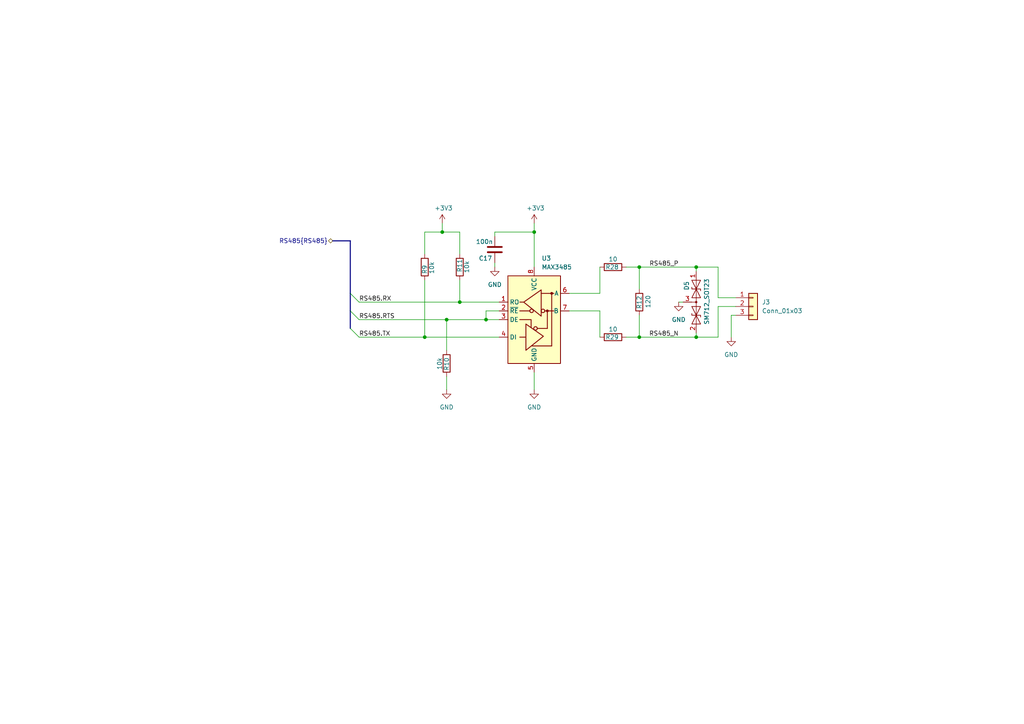
<source format=kicad_sch>
(kicad_sch (version 20250114) (generator "eeschema") (generator_version "9.0")
  (paper "A4")
  (title_block (title "AuraMon") (rev "v0.1"))
  (lib_symbols
    (symbol "Connector_Generic:Conn_01x03" (pin_names (offset 1.016) (hide yes))
      (property "Reference" "J" (at 0 5.08 0))
      (property "Value" "Conn_01x03" (at 0 -5.08 0))
      (symbol "Conn_01x03_1_1"
        (rectangle (start -1.27 3.81) (end 1.27 -3.81) (stroke (width 0.254)) (fill (type background)))
        (rectangle (start -1.27 2.667) (end 0 2.413) (stroke (width 0.1524)))
        (rectangle (start -1.27 0.127) (end 0 -0.127) (stroke (width 0.1524)))
        (rectangle (start -1.27 -2.413) (end 0 -2.667) (stroke (width 0.1524)))
        (pin passive line (at -5.08 2.54 0) (length 3.81) (name "Pin_1") (number "1"))
        (pin passive line (at -5.08 0 0) (length 3.81) (name "Pin_2") (number "2"))
        (pin passive line (at -5.08 -2.54 0) (length 3.81) (name "Pin_3") (number "3"))
      )
    )
    (symbol "Device:C" (pin_numbers (hide yes)) (pin_names (offset 0.254))
      (property "Reference" "C" (at 0.635 2.54 0))
      (property "Value" "C" (at 0.635 -2.54 0))
      (symbol "C_0_1"
        (polyline (pts (xy -2.032 0.762) (xy 2.032 0.762)) (stroke (width 0.508)))
        (polyline (pts (xy -2.032 -0.762) (xy 2.032 -0.762)) (stroke (width 0.508)))
      )
      (symbol "C_1_1"
        (pin passive line (at 0 3.81 270) (length 2.794) (name "~") (number "1"))
        (pin passive line (at 0 -3.81 90) (length 2.794) (name "~") (number "2"))
      )
    )
    (symbol "Device:R" (pin_numbers (hide yes)) (pin_names (offset 0))
      (property "Reference" "R" (at 2.032 0 90))
      (property "Value" "R" (at 0 0 90))
      (symbol "R_0_1"
        (rectangle (start -1.016 -2.54) (end 1.016 2.54) (stroke (width 0.254)))
      )
      (symbol "R_1_1"
        (pin passive line (at 0 3.81 270) (length 1.27) (name "~") (number "1"))
        (pin passive line (at 0 -3.81 90) (length 1.27) (name "~") (number "2"))
      )
    )
    (symbol "Diode:SM712_SOT23" (pin_names (offset 1.016) (hide yes))
      (property "Reference" "D" (at 0 4.445 0))
      (property "Value" "SM712_SOT23" (at 0 2.54 0))
      (symbol "SM712_SOT23_0_0"
        (polyline (pts (xy 0 -1.27) (xy 0 0)))
      )
      (symbol "SM712_SOT23_0_1"
        (polyline (pts (xy -6.35 0) (xy 6.35 0)))
        (polyline (pts (xy -6.35 -1.27) (xy -1.27 1.27) (xy -1.27 -1.27) (xy -6.35 1.27) (xy -6.35 -1.27)) (stroke (width 0.2032)))
        (polyline (pts (xy -3.302 1.27) (xy -3.81 1.27) (xy -3.81 -1.27) (xy -4.318 -1.27)) (stroke (width 0.2032)))
        (circle (center 0 0) (radius 0.254) (fill (type outline)))
        (polyline (pts (xy 1.27 -1.27) (xy 1.27 1.27) (xy 6.35 -1.27) (xy 6.35 1.27) (xy 1.27 -1.27)) (stroke (width 0.2032)))
        (polyline (pts (xy 4.318 1.27) (xy 3.81 1.27) (xy 3.81 -1.27) (xy 3.302 -1.27)) (stroke (width 0.2032)))
      )
      (symbol "SM712_SOT23_1_1"
        (pin passive line (at -8.89 0 0) (length 2.54) (name "A1") (number "1"))
        (pin input line (at 0 -3.81 90) (length 2.54) (name "common") (number "3"))
        (pin passive line (at 8.89 0 180) (length 2.54) (name "A2") (number "2"))
      )
    )
    (symbol "Interface_UART:MAX3485"
      (property "Reference" "U" (at -6.985 13.97 0))
      (property "Value" "MAX3485" (at 1.905 13.97 0))
      (symbol "MAX3485_0_1"
        (rectangle (start -7.62 12.7) (end 7.62 -12.7) (stroke (width 0.254)) (fill (type background)))
        (polyline (pts (xy -4.191 2.54) (xy -1.27 2.54)) (stroke (width 0.254)))
        (polyline (pts (xy -4.191 0) (xy -0.889 0) (xy -0.889 -2.286)) (stroke (width 0.254)))
        (polyline (pts (xy -3.175 5.08) (xy -4.191 5.08) (xy -4.064 5.08)) (stroke (width 0.254)))
        (polyline (pts (xy -2.54 -5.08) (xy -4.191 -5.08)) (stroke (width 0.254)))
        (polyline (pts (xy -2.413 -5.08) (xy -2.413 -1.27) (xy 2.667 -4.826) (xy -2.413 -8.89) (xy -2.413 -5.08)) (stroke (width 0.254)))
        (polyline (pts (xy -0.635 -7.62) (xy 5.08 -7.62)) (stroke (width 0.254)))
        (circle (center 0.381 -2.54) (radius 0.508) (stroke (width 0.254)))
        (polyline (pts (xy 0.889 -2.54) (xy 3.81 -2.54)) (stroke (width 0.254)))
        (polyline (pts (xy 2.032 7.62) (xy 5.715 7.62)) (stroke (width 0.254)))
        (polyline (pts (xy 3.048 2.54) (xy 5.715 2.54)) (stroke (width 0.254)))
        (circle (center 3.81 2.54) (radius 0.2794) (stroke (width 0.254)) (fill (type outline)))
        (polyline (pts (xy 3.81 -2.54) (xy 3.81 2.54)) (stroke (width 0.254)))
        (polyline (pts (xy 5.08 -7.62) (xy 5.08 7.62)) (stroke (width 0.254)))
      )
      (symbol "MAX3485_1_1"
        (circle (center -0.762 2.54) (radius 0.508) (stroke (width 0.254)))
        (polyline (pts (xy 2.032 4.826) (xy 2.032 8.636) (xy -3.048 5.08) (xy 2.032 1.016) (xy 2.032 4.826)) (stroke (width 0.254)))
        (circle (center 2.54 2.54) (radius 0.508) (stroke (width 0.254)))
        (circle (center 5.08 7.62) (radius 0.2794) (stroke (width 0.254)) (fill (type outline)))
        (pin output line (at -10.16 5.08 0) (length 2.54) (name "RO") (number "1"))
        (pin input line (at -10.16 2.54 0) (length 2.54) (name "~{RE}") (number "2"))
        (pin input line (at -10.16 0 0) (length 2.54) (name "DE") (number "3"))
        (pin input line (at -10.16 -5.08 0) (length 2.54) (name "DI") (number "4"))
        (pin power_in line (at 0 15.24 270) (length 2.54) (name "VCC") (number "8"))
        (pin power_in line (at 0 -15.24 90) (length 2.54) (name "GND") (number "5"))
        (pin bidirectional line (at 10.16 7.62 180) (length 2.54) (name "A") (number "6"))
        (pin bidirectional line (at 10.16 2.54 180) (length 2.54) (name "B") (number "7"))
      )
    )
    (symbol "power:+3V3" (power) (pin_numbers (hide yes)) (pin_names (offset 0) (hide yes))
      (property "Value" "+3V3" (at 0 3.556 0))
      (symbol "+3V3_0_1"
        (polyline (pts (xy -0.762 1.27) (xy 0 2.54)))
        (polyline (pts (xy 0 2.54) (xy 0.762 1.27)))
        (polyline (pts (xy 0 0) (xy 0 2.54)))
      )
      (symbol "+3V3_1_1"
        (pin power_in line (at 0 0 90) (length 0) (name "~") (number "1"))
      )
    )
    (symbol "power:GND" (power) (pin_numbers (hide yes)) (pin_names (offset 0) (hide yes))
      (property "Value" "GND" (at 0 -3.81 0))
      (symbol "GND_0_1"
        (polyline (pts (xy 0 0) (xy 0 -1.27) (xy 1.27 -1.27) (xy 0 -2.54) (xy -1.27 -1.27) (xy 0 -1.27)))
      )
      (symbol "GND_1_1"
        (pin power_in line (at 0 0 270) (length 0) (name "~") (number "1"))
      )
    )
  )
  (bus_alias "RS485" (members "RX" "TX" "RTS"))
  (junction (at 123.19 97.79))
  (junction (at 133.35 87.63))
  (junction (at 128.27 67.31))
  (junction (at 129.54 92.71))
  (junction (at 201.93 77.47))
  (junction (at 185.42 97.79))
  (junction (at 140.97 92.71))
  (junction (at 154.94 67.31))
  (junction (at 201.93 97.79))
  (junction (at 185.42 77.47))
  (bus_entry (at 101.6 90.17) (size 2.54 2.54))
  (bus_entry (at 101.6 85.09) (size 2.54 2.54))
  (bus_entry (at 101.6 95.25) (size 2.54 2.54))
  (wire (pts (xy 154.94 64.77) (xy 154.94 67.31)))
  (wire (pts (xy 173.99 90.17) (xy 173.99 97.79)))
  (wire (pts (xy 123.19 97.79) (xy 144.78 97.79)))
  (wire (pts (xy 123.19 67.31) (xy 123.19 73.66)))
  (wire (pts (xy 123.19 81.28) (xy 123.19 97.79)))
  (wire (pts (xy 208.28 88.9) (xy 213.36 88.9)))
  (wire (pts (xy 201.93 77.47) (xy 208.28 77.47)))
  (wire (pts (xy 201.93 97.79) (xy 208.28 97.79)))
  (wire (pts (xy 104.14 97.79) (xy 123.19 97.79)))
  (wire (pts (xy 196.85 87.63) (xy 198.12 87.63)))
  (wire (pts (xy 104.14 87.63) (xy 133.35 87.63)))
  (wire (pts (xy 201.93 96.52) (xy 201.93 97.79)))
  (wire (pts (xy 129.54 109.22) (xy 129.54 113.03)))
  (wire (pts (xy 133.35 67.31) (xy 133.35 73.66)))
  (wire (pts (xy 104.14 92.71) (xy 129.54 92.71)))
  (wire (pts (xy 185.42 77.47) (xy 201.93 77.47)))
  (wire (pts (xy 181.61 97.79) (xy 185.42 97.79)))
  (bus (pts (xy 101.6 69.85) (xy 96.52 69.85)))
  (wire (pts (xy 181.61 77.47) (xy 185.42 77.47)))
  (wire (pts (xy 165.1 90.17) (xy 173.99 90.17)))
  (wire (pts (xy 165.1 85.09) (xy 173.99 85.09)))
  (wire (pts (xy 154.94 107.95) (xy 154.94 113.03)))
  (wire (pts (xy 143.51 76.2) (xy 143.51 77.47)))
  (wire (pts (xy 185.42 91.44) (xy 185.42 97.79)))
  (wire (pts (xy 128.27 67.31) (xy 133.35 67.31)))
  (wire (pts (xy 123.19 67.31) (xy 128.27 67.31)))
  (bus (pts (xy 101.6 90.17) (xy 101.6 95.25)))
  (wire (pts (xy 212.09 91.44) (xy 212.09 97.79)))
  (wire (pts (xy 133.35 87.63) (xy 144.78 87.63)))
  (wire (pts (xy 140.97 90.17) (xy 140.97 92.71)))
  (wire (pts (xy 208.28 86.36) (xy 208.28 77.47)))
  (bus (pts (xy 101.6 69.85) (xy 101.6 85.09)))
  (wire (pts (xy 208.28 88.9) (xy 208.28 97.79)))
  (wire (pts (xy 133.35 81.28) (xy 133.35 87.63)))
  (wire (pts (xy 154.94 67.31) (xy 154.94 77.47)))
  (wire (pts (xy 201.93 77.47) (xy 201.93 78.74)))
  (wire (pts (xy 144.78 90.17) (xy 140.97 90.17)))
  (wire (pts (xy 129.54 92.71) (xy 140.97 92.71)))
  (bus (pts (xy 101.6 85.09) (xy 101.6 90.17)))
  (wire (pts (xy 208.28 86.36) (xy 213.36 86.36)))
  (wire (pts (xy 129.54 101.6) (xy 129.54 92.71)))
  (wire (pts (xy 185.42 77.47) (xy 185.42 83.82)))
  (wire (pts (xy 185.42 97.79) (xy 201.93 97.79)))
  (wire (pts (xy 143.51 67.31) (xy 154.94 67.31)))
  (wire (pts (xy 140.97 92.71) (xy 144.78 92.71)))
  (wire (pts (xy 128.27 67.31) (xy 128.27 64.77)))
  (wire (pts (xy 143.51 67.31) (xy 143.51 68.58)))
  (wire (pts (xy 173.99 85.09) (xy 173.99 77.47)))
  (wire (pts (xy 212.09 91.44) (xy 213.36 91.44)))
  (label "RS485_P" (at 196.85 77.47 180))
  (label "RS485.TX" (at 104.14 97.79 0))
  (label "RS485.RTS" (at 104.14 92.71 0))
  (label "RS485_N" (at 196.85 97.79 180))
  (label "RS485.RX" (at 104.14 87.63 0))
  (hierarchical_label "RS485{RS485}" (shape bidirectional) (at 96.52 69.85 180))
  (symbol (lib_id "Device:R") (at 123.19 77.47 0) (unit 1)
    (property "Reference" "R9" (at 123.19 79.502 90) (effects (justify left)))
    (property "Value" "10k" (at 125.222 79.502 90) (effects (justify left)))
    (property "Footprint" "Resistor_SMD:R_0402_1005Metric" (effects (hide yes)))
    (property "Datasheet" "https://jlcpcb.com/api/file/downloadByFileSystemAccessId/8588894495601123328" (effects (hide yes)))
    (property "Description" "-55℃~+155℃ 10kΩ 50V 62.5mW Thick Film Resistor ±100ppm/℃ ±5% 0402 Chip Resistor - Surface Mount ROHS" (effects (hide yes)))
    (property "MPN" "RC0402JR-0710KL" (effects (hide yes)))
    (property "JLCPCB Part #" "C60489" (effects (hide yes)))
    (property "Manufacturer" "YAGEO" (effects (hide yes)))
  )
  (symbol (lib_id "power:+3V3") (at 154.94 64.77 0) (unit 1)
    (property "Reference" "#PWR024" (effects (hide yes)))
    (property "Value" "+3V3" (at 155.321 60.3758 0))
  )
  (symbol (lib_id "Device:C") (at 143.51 72.39 180) (unit 1)
    (property "Reference" "C17" (at 142.748 74.93 0) (effects (justify left)))
    (property "Value" "100n" (at 143.002 70.104 0) (effects (justify left)))
    (property "Footprint" "AuraMon:C_0402_1005Metric" (effects (hide yes)))
    (property "Datasheet" "https://www.lcsc.com/datasheet/lcsc_datasheet_2304140030_Samsung-Electro-Mechanics-CL05B104KO5NNNC_C1525.pdf" (effects (hide yes)))
    (property "Description" "16V 100nF X7R ±10% 0402 Multilayer Ceramic Capacitors MLCC - SMD/SMT ROHS" (effects (hide yes)))
    (property "MPN" "CL05B104KO5NNNC" (effects (hide yes)))
    (property "JLCPCB Part #" "C1525" (effects (hide yes)))
    (property "Manufacturer" "Samsung Electro-Mechanics" (effects (hide yes)))
  )
  (symbol (lib_id "Connector_Generic:Conn_01x03") (at 218.44 88.9 0) (unit 1)
    (property "Reference" "J3" (at 220.98 87.6299 0) (effects (justify left)))
    (property "Value" "Conn_01x03" (at 220.98 90.1699 0) (effects (justify left)))
    (property "Footprint" "Connector_JST:JST_PH_S3B-PH-K_1x03_P2.00mm_Horizontal" (effects (hide yes)))
    (property "Description" "-25℃~+85℃ 1 100V 1x3P 2A 2mm 3 3P 4.8mm 7.6mm 7.9mm Brass K Pin PA66 PH Right Angle Tin UL94V-0 White Push-Pull,P=2mm Wire To Board Connector ROHS" (effects (hide yes)))
    (property "MPN" "S3B-PH-K-S(LF)(SN)" (effects (hide yes)))
    (property "Manufacturer" "JST" (effects (hide yes)))
    (property "JLCPCB Part #" "C157929" (effects (hide yes)))
  )
  (symbol (lib_id "Device:R") (at 185.42 87.63 0) (unit 1)
    (property "Reference" "R12" (at 185.42 89.662 90) (effects (justify left)))
    (property "Value" "120" (at 187.96 89.408 90) (effects (justify left)))
    (property "Footprint" "Resistor_SMD:R_0402_1005Metric" (effects (hide yes)))
    (property "Datasheet" "https://jlcpcb.com/api/file/downloadByFileSystemAccessId/8588899017404633088" (effects (hide yes)))
    (property "Description" "-55℃~+155℃ 120Ω 50V 62.5mW Thick Film Resistor ±1% ±100ppm/℃ 0402 Chip Resistor - Surface Mount ROHS" (effects (hide yes)))
    (property "MPN" "RC0402FR-07120RL" (effects (hide yes)))
    (property "JLCPCB Part #" "C114758" (effects (hide yes)))
    (property "Manufacturer" "YAGEO" (effects (hide yes)))
  )
  (symbol (lib_id "power:+3V3") (at 128.27 64.77 0) (unit 1)
    (property "Reference" "#PWR022" (effects (hide yes)))
    (property "Value" "+3V3" (at 128.651 60.3758 0))
  )
  (symbol (lib_id "power:GND") (at 129.54 113.03 0) (unit 1)
    (property "Reference" "#PWR060" (effects (hide yes)))
    (property "Value" "GND" (at 129.54 118.11 0))
    (property "Description" "Power symbol creates a global label with name \"GND\" , ground" (effects (hide yes)))
  )
  (symbol (lib_id "Device:R") (at 177.8 77.47 90) (unit 1)
    (property "Reference" "R28" (at 177.546 77.47 90))
    (property "Value" "10" (at 177.8 75.184 90))
    (property "Footprint" "Resistor_SMD:R_0402_1005Metric" (effects (hide yes)))
    (property "Datasheet" "https://jlcpcb.com/api/file/downloadByFileSystemAccessId/8588899762699980800" (effects (hide yes)))
    (property "Description" "-55℃~+155℃ 10Ω 50V 62.5mW Thick Film Resistor ±1% ±200ppm/℃ 0402 Chip Resistor - Surface Mount ROHS" (effects (hide yes)))
    (property "MPN" "RC0402FR-0710RL" (effects (hide yes)))
    (property "Manufacturer" "YAGEO" (effects (hide yes)))
    (property "JLCPCB Part #" "C138066" (effects (hide yes)))
  )
  (symbol (lib_id "Device:R") (at 133.35 77.47 0) (unit 1)
    (property "Reference" "R11" (at 133.35 78.994 90) (effects (justify left)))
    (property "Value" "10k" (at 135.382 79.248 90) (effects (justify left)))
    (property "Footprint" "Resistor_SMD:R_0402_1005Metric" (effects (hide yes)))
    (property "Datasheet" "https://jlcpcb.com/api/file/downloadByFileSystemAccessId/8588894495601123328" (effects (hide yes)))
    (property "Description" "-55℃~+155℃ 10kΩ 50V 62.5mW Thick Film Resistor ±100ppm/℃ ±5% 0402 Chip Resistor - Surface Mount ROHS" (effects (hide yes)))
    (property "MPN" "RC0402JR-0710KL" (effects (hide yes)))
    (property "JLCPCB Part #" "C60489" (effects (hide yes)))
    (property "Manufacturer" "YAGEO" (effects (hide yes)))
  )
  (symbol (lib_id "power:GND") (at 196.85 87.63 0) (unit 1)
    (property "Reference" "#PWR026" (effects (hide yes)))
    (property "Value" "GND" (at 196.85 92.71 0))
    (property "Description" "Power symbol creates a global label with name \"GND\" , ground" (effects (hide yes)))
  )
  (symbol (lib_id "Diode:SM712_SOT23") (at 201.93 87.63 270) (unit 1)
    (property "Reference" "D5" (at 199.136 81.534 0) (effects (justify left)))
    (property "Value" "SM712_SOT23" (at 204.978 80.772 0) (effects (justify left)))
    (property "Footprint" "Package_TO_SOT_SMD:SOT-23" (effects (hide yes)))
    (property "Datasheet" "https://jlcpcb.com/api/file/downloadByFileSystemAccessId/8588884226552827904" (effects (hide yes)))
    (property "Description" "-55℃~+150℃@(Tj) 13.3V 14V 1uA 2 400W 75pF 7V ESD IEC 61000-4-2 SOT-23 ESD and Surge Protection (TVS/ESD) ROHS" (effects (hide yes)))
    (property "MPN" "CDSOT23-SM712" (effects (hide yes)))
    (property "Manufacturer" "BOURNS" (effects (hide yes)))
    (property "JLCPCB Part #" "C404012" (effects (hide yes)))
  )
  (symbol (lib_id "Device:R") (at 129.54 105.41 180) (unit 1)
    (property "Reference" "R10" (at 129.54 103.632 90) (effects (justify left)))
    (property "Value" "10k" (at 127.508 103.632 90) (effects (justify left)))
    (property "Footprint" "Resistor_SMD:R_0402_1005Metric" (effects (hide yes)))
    (property "Datasheet" "https://jlcpcb.com/api/file/downloadByFileSystemAccessId/8588894495601123328" (effects (hide yes)))
    (property "Description" "-55℃~+155℃ 10kΩ 50V 62.5mW Thick Film Resistor ±100ppm/℃ ±5% 0402 Chip Resistor - Surface Mount ROHS" (effects (hide yes)))
    (property "MPN" "RC0402JR-0710KL" (effects (hide yes)))
    (property "JLCPCB Part #" "C60489" (effects (hide yes)))
    (property "Manufacturer" "YAGEO" (effects (hide yes)))
  )
  (symbol (lib_id "Device:R") (at 177.8 97.79 90) (unit 1)
    (property "Reference" "R29" (at 177.546 97.79 90))
    (property "Value" "10" (at 177.8 95.504 90))
    (property "Footprint" "Resistor_SMD:R_0402_1005Metric" (effects (hide yes)))
    (property "Datasheet" "https://jlcpcb.com/api/file/downloadByFileSystemAccessId/8588899762699980800" (effects (hide yes)))
    (property "Description" "-55℃~+155℃ 10Ω 50V 62.5mW Thick Film Resistor ±1% ±200ppm/℃ 0402 Chip Resistor - Surface Mount ROHS" (effects (hide yes)))
    (property "MPN" "RC0402FR-0710RL" (effects (hide yes)))
    (property "Manufacturer" "YAGEO" (effects (hide yes)))
    (property "JLCPCB Part #" "C138066" (effects (hide yes)))
  )
  (symbol (lib_id "power:GND") (at 154.94 113.03 0) (unit 1)
    (property "Reference" "#PWR025" (effects (hide yes)))
    (property "Value" "GND" (at 154.94 118.11 0))
    (property "Description" "Power symbol creates a global label with name \"GND\" , ground" (effects (hide yes)))
  )
  (symbol (lib_id "power:GND") (at 212.09 97.79 0) (unit 1)
    (property "Reference" "#PWR064" (effects (hide yes)))
    (property "Value" "GND" (at 212.09 102.87 0))
    (property "Description" "Power symbol creates a global label with name \"GND\" , ground" (effects (hide yes)))
  )
  (symbol (lib_id "power:GND") (at 143.51 77.47 0) (unit 1)
    (property "Reference" "#PWR023" (effects (hide yes)))
    (property "Value" "GND" (at 143.51 82.55 0))
    (property "Description" "Power symbol creates a global label with name \"GND\" , ground" (effects (hide yes)))
  )
  (symbol (lib_id "Interface_UART:MAX3485") (at 154.94 92.71 0) (unit 1)
    (property "Reference" "U3" (at 157.0833 74.93 0) (effects (justify left)))
    (property "Value" "MAX3485" (at 157.0833 77.47 0) (effects (justify left)))
    (property "Footprint" "AuraMon:SOIC-8" (effects (hide yes)))
    (property "Datasheet" "https://www.ti.com/lit/ds/symlink/sn65hvd78.pdf?ts=1757317765726" (effects (hide yes)))
    (property "Description" "-40℃~+125℃ 1 1 20Mbps 213 3V~3.6V 950uA Half-Duplex Transceiver ±15kV SOIC-8 RS-485 / RS-422 ICs ROHS" (effects (hide yes)))
    (property "MPN" "SN65HVD75DR" (effects (hide yes)))
    (property "Manufacturer" "Texas Instruments" (effects (hide yes)))
    (property "JLCPCB Part #" "C57928" (effects (hide yes)))
  )
)
</source>
